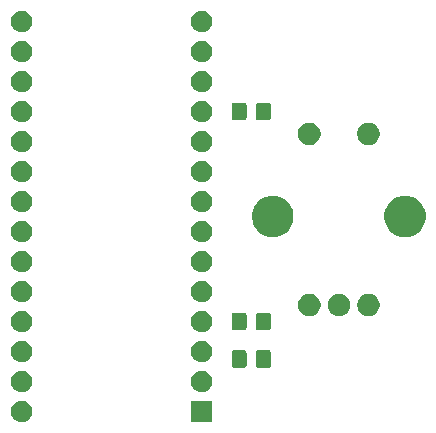
<source format=gbr>
G04 #@! TF.GenerationSoftware,KiCad,Pcbnew,(5.1.5-0-10_14)*
G04 #@! TF.CreationDate,2020-10-22T20:13:41+02:00*
G04 #@! TF.ProjectId,es_rotary,65735f72-6f74-4617-9279-2e6b69636164,rev?*
G04 #@! TF.SameCoordinates,Original*
G04 #@! TF.FileFunction,Soldermask,Top*
G04 #@! TF.FilePolarity,Negative*
%FSLAX46Y46*%
G04 Gerber Fmt 4.6, Leading zero omitted, Abs format (unit mm)*
G04 Created by KiCad (PCBNEW (5.1.5-0-10_14)) date 2020-10-22 20:13:41*
%MOMM*%
%LPD*%
G04 APERTURE LIST*
%ADD10C,0.100000*%
G04 APERTURE END LIST*
D10*
G36*
X150761000Y-105041000D02*
G01*
X148959000Y-105041000D01*
X148959000Y-103239000D01*
X150761000Y-103239000D01*
X150761000Y-105041000D01*
G37*
G36*
X134733512Y-103243927D02*
G01*
X134882812Y-103273624D01*
X135046784Y-103341544D01*
X135194354Y-103440147D01*
X135319853Y-103565646D01*
X135418456Y-103713216D01*
X135486376Y-103877188D01*
X135521000Y-104051259D01*
X135521000Y-104228741D01*
X135486376Y-104402812D01*
X135418456Y-104566784D01*
X135319853Y-104714354D01*
X135194354Y-104839853D01*
X135046784Y-104938456D01*
X134882812Y-105006376D01*
X134733512Y-105036073D01*
X134708742Y-105041000D01*
X134531258Y-105041000D01*
X134506488Y-105036073D01*
X134357188Y-105006376D01*
X134193216Y-104938456D01*
X134045646Y-104839853D01*
X133920147Y-104714354D01*
X133821544Y-104566784D01*
X133753624Y-104402812D01*
X133719000Y-104228741D01*
X133719000Y-104051259D01*
X133753624Y-103877188D01*
X133821544Y-103713216D01*
X133920147Y-103565646D01*
X134045646Y-103440147D01*
X134193216Y-103341544D01*
X134357188Y-103273624D01*
X134506488Y-103243927D01*
X134531258Y-103239000D01*
X134708742Y-103239000D01*
X134733512Y-103243927D01*
G37*
G36*
X149973512Y-100703927D02*
G01*
X150122812Y-100733624D01*
X150286784Y-100801544D01*
X150434354Y-100900147D01*
X150559853Y-101025646D01*
X150658456Y-101173216D01*
X150726376Y-101337188D01*
X150761000Y-101511259D01*
X150761000Y-101688741D01*
X150726376Y-101862812D01*
X150658456Y-102026784D01*
X150559853Y-102174354D01*
X150434354Y-102299853D01*
X150286784Y-102398456D01*
X150122812Y-102466376D01*
X149973512Y-102496073D01*
X149948742Y-102501000D01*
X149771258Y-102501000D01*
X149746488Y-102496073D01*
X149597188Y-102466376D01*
X149433216Y-102398456D01*
X149285646Y-102299853D01*
X149160147Y-102174354D01*
X149061544Y-102026784D01*
X148993624Y-101862812D01*
X148959000Y-101688741D01*
X148959000Y-101511259D01*
X148993624Y-101337188D01*
X149061544Y-101173216D01*
X149160147Y-101025646D01*
X149285646Y-100900147D01*
X149433216Y-100801544D01*
X149597188Y-100733624D01*
X149746488Y-100703927D01*
X149771258Y-100699000D01*
X149948742Y-100699000D01*
X149973512Y-100703927D01*
G37*
G36*
X134733512Y-100703927D02*
G01*
X134882812Y-100733624D01*
X135046784Y-100801544D01*
X135194354Y-100900147D01*
X135319853Y-101025646D01*
X135418456Y-101173216D01*
X135486376Y-101337188D01*
X135521000Y-101511259D01*
X135521000Y-101688741D01*
X135486376Y-101862812D01*
X135418456Y-102026784D01*
X135319853Y-102174354D01*
X135194354Y-102299853D01*
X135046784Y-102398456D01*
X134882812Y-102466376D01*
X134733512Y-102496073D01*
X134708742Y-102501000D01*
X134531258Y-102501000D01*
X134506488Y-102496073D01*
X134357188Y-102466376D01*
X134193216Y-102398456D01*
X134045646Y-102299853D01*
X133920147Y-102174354D01*
X133821544Y-102026784D01*
X133753624Y-101862812D01*
X133719000Y-101688741D01*
X133719000Y-101511259D01*
X133753624Y-101337188D01*
X133821544Y-101173216D01*
X133920147Y-101025646D01*
X134045646Y-100900147D01*
X134193216Y-100801544D01*
X134357188Y-100733624D01*
X134506488Y-100703927D01*
X134531258Y-100699000D01*
X134708742Y-100699000D01*
X134733512Y-100703927D01*
G37*
G36*
X153498674Y-98948465D02*
G01*
X153536367Y-98959899D01*
X153571103Y-98978466D01*
X153601548Y-99003452D01*
X153626534Y-99033897D01*
X153645101Y-99068633D01*
X153656535Y-99106326D01*
X153661000Y-99151661D01*
X153661000Y-100238339D01*
X153656535Y-100283674D01*
X153645101Y-100321367D01*
X153626534Y-100356103D01*
X153601548Y-100386548D01*
X153571103Y-100411534D01*
X153536367Y-100430101D01*
X153498674Y-100441535D01*
X153453339Y-100446000D01*
X152616661Y-100446000D01*
X152571326Y-100441535D01*
X152533633Y-100430101D01*
X152498897Y-100411534D01*
X152468452Y-100386548D01*
X152443466Y-100356103D01*
X152424899Y-100321367D01*
X152413465Y-100283674D01*
X152409000Y-100238339D01*
X152409000Y-99151661D01*
X152413465Y-99106326D01*
X152424899Y-99068633D01*
X152443466Y-99033897D01*
X152468452Y-99003452D01*
X152498897Y-98978466D01*
X152533633Y-98959899D01*
X152571326Y-98948465D01*
X152616661Y-98944000D01*
X153453339Y-98944000D01*
X153498674Y-98948465D01*
G37*
G36*
X155548674Y-98948465D02*
G01*
X155586367Y-98959899D01*
X155621103Y-98978466D01*
X155651548Y-99003452D01*
X155676534Y-99033897D01*
X155695101Y-99068633D01*
X155706535Y-99106326D01*
X155711000Y-99151661D01*
X155711000Y-100238339D01*
X155706535Y-100283674D01*
X155695101Y-100321367D01*
X155676534Y-100356103D01*
X155651548Y-100386548D01*
X155621103Y-100411534D01*
X155586367Y-100430101D01*
X155548674Y-100441535D01*
X155503339Y-100446000D01*
X154666661Y-100446000D01*
X154621326Y-100441535D01*
X154583633Y-100430101D01*
X154548897Y-100411534D01*
X154518452Y-100386548D01*
X154493466Y-100356103D01*
X154474899Y-100321367D01*
X154463465Y-100283674D01*
X154459000Y-100238339D01*
X154459000Y-99151661D01*
X154463465Y-99106326D01*
X154474899Y-99068633D01*
X154493466Y-99033897D01*
X154518452Y-99003452D01*
X154548897Y-98978466D01*
X154583633Y-98959899D01*
X154621326Y-98948465D01*
X154666661Y-98944000D01*
X155503339Y-98944000D01*
X155548674Y-98948465D01*
G37*
G36*
X149973512Y-98163927D02*
G01*
X150122812Y-98193624D01*
X150286784Y-98261544D01*
X150434354Y-98360147D01*
X150559853Y-98485646D01*
X150658456Y-98633216D01*
X150726376Y-98797188D01*
X150755578Y-98944000D01*
X150758741Y-98959899D01*
X150761000Y-98971259D01*
X150761000Y-99148741D01*
X150726376Y-99322812D01*
X150658456Y-99486784D01*
X150559853Y-99634354D01*
X150434354Y-99759853D01*
X150286784Y-99858456D01*
X150122812Y-99926376D01*
X149973512Y-99956073D01*
X149948742Y-99961000D01*
X149771258Y-99961000D01*
X149746488Y-99956073D01*
X149597188Y-99926376D01*
X149433216Y-99858456D01*
X149285646Y-99759853D01*
X149160147Y-99634354D01*
X149061544Y-99486784D01*
X148993624Y-99322812D01*
X148959000Y-99148741D01*
X148959000Y-98971259D01*
X148961260Y-98959899D01*
X148964422Y-98944000D01*
X148993624Y-98797188D01*
X149061544Y-98633216D01*
X149160147Y-98485646D01*
X149285646Y-98360147D01*
X149433216Y-98261544D01*
X149597188Y-98193624D01*
X149746488Y-98163927D01*
X149771258Y-98159000D01*
X149948742Y-98159000D01*
X149973512Y-98163927D01*
G37*
G36*
X134733512Y-98163927D02*
G01*
X134882812Y-98193624D01*
X135046784Y-98261544D01*
X135194354Y-98360147D01*
X135319853Y-98485646D01*
X135418456Y-98633216D01*
X135486376Y-98797188D01*
X135515578Y-98944000D01*
X135518741Y-98959899D01*
X135521000Y-98971259D01*
X135521000Y-99148741D01*
X135486376Y-99322812D01*
X135418456Y-99486784D01*
X135319853Y-99634354D01*
X135194354Y-99759853D01*
X135046784Y-99858456D01*
X134882812Y-99926376D01*
X134733512Y-99956073D01*
X134708742Y-99961000D01*
X134531258Y-99961000D01*
X134506488Y-99956073D01*
X134357188Y-99926376D01*
X134193216Y-99858456D01*
X134045646Y-99759853D01*
X133920147Y-99634354D01*
X133821544Y-99486784D01*
X133753624Y-99322812D01*
X133719000Y-99148741D01*
X133719000Y-98971259D01*
X133721260Y-98959899D01*
X133724422Y-98944000D01*
X133753624Y-98797188D01*
X133821544Y-98633216D01*
X133920147Y-98485646D01*
X134045646Y-98360147D01*
X134193216Y-98261544D01*
X134357188Y-98193624D01*
X134506488Y-98163927D01*
X134531258Y-98159000D01*
X134708742Y-98159000D01*
X134733512Y-98163927D01*
G37*
G36*
X134733512Y-95623927D02*
G01*
X134882812Y-95653624D01*
X135046784Y-95721544D01*
X135194354Y-95820147D01*
X135319853Y-95945646D01*
X135418456Y-96093216D01*
X135486376Y-96257188D01*
X135521000Y-96431259D01*
X135521000Y-96608741D01*
X135486376Y-96782812D01*
X135418456Y-96946784D01*
X135319853Y-97094354D01*
X135194354Y-97219853D01*
X135046784Y-97318456D01*
X134882812Y-97386376D01*
X134733512Y-97416073D01*
X134708742Y-97421000D01*
X134531258Y-97421000D01*
X134506488Y-97416073D01*
X134357188Y-97386376D01*
X134193216Y-97318456D01*
X134045646Y-97219853D01*
X133920147Y-97094354D01*
X133821544Y-96946784D01*
X133753624Y-96782812D01*
X133719000Y-96608741D01*
X133719000Y-96431259D01*
X133753624Y-96257188D01*
X133821544Y-96093216D01*
X133920147Y-95945646D01*
X134045646Y-95820147D01*
X134193216Y-95721544D01*
X134357188Y-95653624D01*
X134506488Y-95623927D01*
X134531258Y-95619000D01*
X134708742Y-95619000D01*
X134733512Y-95623927D01*
G37*
G36*
X149973512Y-95623927D02*
G01*
X150122812Y-95653624D01*
X150286784Y-95721544D01*
X150434354Y-95820147D01*
X150559853Y-95945646D01*
X150658456Y-96093216D01*
X150726376Y-96257188D01*
X150761000Y-96431259D01*
X150761000Y-96608741D01*
X150726376Y-96782812D01*
X150658456Y-96946784D01*
X150559853Y-97094354D01*
X150434354Y-97219853D01*
X150286784Y-97318456D01*
X150122812Y-97386376D01*
X149973512Y-97416073D01*
X149948742Y-97421000D01*
X149771258Y-97421000D01*
X149746488Y-97416073D01*
X149597188Y-97386376D01*
X149433216Y-97318456D01*
X149285646Y-97219853D01*
X149160147Y-97094354D01*
X149061544Y-96946784D01*
X148993624Y-96782812D01*
X148959000Y-96608741D01*
X148959000Y-96431259D01*
X148993624Y-96257188D01*
X149061544Y-96093216D01*
X149160147Y-95945646D01*
X149285646Y-95820147D01*
X149433216Y-95721544D01*
X149597188Y-95653624D01*
X149746488Y-95623927D01*
X149771258Y-95619000D01*
X149948742Y-95619000D01*
X149973512Y-95623927D01*
G37*
G36*
X155548674Y-95773465D02*
G01*
X155586367Y-95784899D01*
X155621103Y-95803466D01*
X155651548Y-95828452D01*
X155676534Y-95858897D01*
X155695101Y-95893633D01*
X155706535Y-95931326D01*
X155711000Y-95976661D01*
X155711000Y-97063339D01*
X155706535Y-97108674D01*
X155695101Y-97146367D01*
X155676534Y-97181103D01*
X155651548Y-97211548D01*
X155621103Y-97236534D01*
X155586367Y-97255101D01*
X155548674Y-97266535D01*
X155503339Y-97271000D01*
X154666661Y-97271000D01*
X154621326Y-97266535D01*
X154583633Y-97255101D01*
X154548897Y-97236534D01*
X154518452Y-97211548D01*
X154493466Y-97181103D01*
X154474899Y-97146367D01*
X154463465Y-97108674D01*
X154459000Y-97063339D01*
X154459000Y-95976661D01*
X154463465Y-95931326D01*
X154474899Y-95893633D01*
X154493466Y-95858897D01*
X154518452Y-95828452D01*
X154548897Y-95803466D01*
X154583633Y-95784899D01*
X154621326Y-95773465D01*
X154666661Y-95769000D01*
X155503339Y-95769000D01*
X155548674Y-95773465D01*
G37*
G36*
X153498674Y-95773465D02*
G01*
X153536367Y-95784899D01*
X153571103Y-95803466D01*
X153601548Y-95828452D01*
X153626534Y-95858897D01*
X153645101Y-95893633D01*
X153656535Y-95931326D01*
X153661000Y-95976661D01*
X153661000Y-97063339D01*
X153656535Y-97108674D01*
X153645101Y-97146367D01*
X153626534Y-97181103D01*
X153601548Y-97211548D01*
X153571103Y-97236534D01*
X153536367Y-97255101D01*
X153498674Y-97266535D01*
X153453339Y-97271000D01*
X152616661Y-97271000D01*
X152571326Y-97266535D01*
X152533633Y-97255101D01*
X152498897Y-97236534D01*
X152468452Y-97211548D01*
X152443466Y-97181103D01*
X152424899Y-97146367D01*
X152413465Y-97108674D01*
X152409000Y-97063339D01*
X152409000Y-95976661D01*
X152413465Y-95931326D01*
X152424899Y-95893633D01*
X152443466Y-95858897D01*
X152468452Y-95828452D01*
X152498897Y-95803466D01*
X152533633Y-95784899D01*
X152571326Y-95773465D01*
X152616661Y-95769000D01*
X153453339Y-95769000D01*
X153498674Y-95773465D01*
G37*
G36*
X164252394Y-94215546D02*
G01*
X164425465Y-94287234D01*
X164425466Y-94287235D01*
X164581226Y-94391310D01*
X164713689Y-94523773D01*
X164713690Y-94523775D01*
X164817765Y-94679534D01*
X164889453Y-94852605D01*
X164925999Y-95036333D01*
X164925999Y-95223667D01*
X164889453Y-95407395D01*
X164817765Y-95580466D01*
X164817764Y-95580467D01*
X164713689Y-95736227D01*
X164581226Y-95868690D01*
X164549390Y-95889962D01*
X164425465Y-95972766D01*
X164252394Y-96044454D01*
X164068666Y-96081000D01*
X163881332Y-96081000D01*
X163697604Y-96044454D01*
X163524533Y-95972766D01*
X163400608Y-95889962D01*
X163368772Y-95868690D01*
X163236309Y-95736227D01*
X163132234Y-95580467D01*
X163132233Y-95580466D01*
X163060545Y-95407395D01*
X163023999Y-95223667D01*
X163023999Y-95036333D01*
X163060545Y-94852605D01*
X163132233Y-94679534D01*
X163236308Y-94523775D01*
X163236309Y-94523773D01*
X163368772Y-94391310D01*
X163524532Y-94287235D01*
X163524533Y-94287234D01*
X163697604Y-94215546D01*
X163881332Y-94179000D01*
X164068666Y-94179000D01*
X164252394Y-94215546D01*
G37*
G36*
X159252394Y-94215546D02*
G01*
X159425465Y-94287234D01*
X159425466Y-94287235D01*
X159581226Y-94391310D01*
X159713689Y-94523773D01*
X159713690Y-94523775D01*
X159817765Y-94679534D01*
X159889453Y-94852605D01*
X159925999Y-95036333D01*
X159925999Y-95223667D01*
X159889453Y-95407395D01*
X159817765Y-95580466D01*
X159817764Y-95580467D01*
X159713689Y-95736227D01*
X159581226Y-95868690D01*
X159549390Y-95889962D01*
X159425465Y-95972766D01*
X159252394Y-96044454D01*
X159068666Y-96081000D01*
X158881332Y-96081000D01*
X158697604Y-96044454D01*
X158524533Y-95972766D01*
X158400608Y-95889962D01*
X158368772Y-95868690D01*
X158236309Y-95736227D01*
X158132234Y-95580467D01*
X158132233Y-95580466D01*
X158060545Y-95407395D01*
X158023999Y-95223667D01*
X158023999Y-95036333D01*
X158060545Y-94852605D01*
X158132233Y-94679534D01*
X158236308Y-94523775D01*
X158236309Y-94523773D01*
X158368772Y-94391310D01*
X158524532Y-94287235D01*
X158524533Y-94287234D01*
X158697604Y-94215546D01*
X158881332Y-94179000D01*
X159068666Y-94179000D01*
X159252394Y-94215546D01*
G37*
G36*
X161752394Y-94215546D02*
G01*
X161925465Y-94287234D01*
X161925466Y-94287235D01*
X162081226Y-94391310D01*
X162213689Y-94523773D01*
X162213690Y-94523775D01*
X162317765Y-94679534D01*
X162389453Y-94852605D01*
X162425999Y-95036333D01*
X162425999Y-95223667D01*
X162389453Y-95407395D01*
X162317765Y-95580466D01*
X162317764Y-95580467D01*
X162213689Y-95736227D01*
X162081226Y-95868690D01*
X162049390Y-95889962D01*
X161925465Y-95972766D01*
X161752394Y-96044454D01*
X161568666Y-96081000D01*
X161381332Y-96081000D01*
X161197604Y-96044454D01*
X161024533Y-95972766D01*
X160900608Y-95889962D01*
X160868772Y-95868690D01*
X160736309Y-95736227D01*
X160632234Y-95580467D01*
X160632233Y-95580466D01*
X160560545Y-95407395D01*
X160523999Y-95223667D01*
X160523999Y-95036333D01*
X160560545Y-94852605D01*
X160632233Y-94679534D01*
X160736308Y-94523775D01*
X160736309Y-94523773D01*
X160868772Y-94391310D01*
X161024532Y-94287235D01*
X161024533Y-94287234D01*
X161197604Y-94215546D01*
X161381332Y-94179000D01*
X161568666Y-94179000D01*
X161752394Y-94215546D01*
G37*
G36*
X134733512Y-93083927D02*
G01*
X134882812Y-93113624D01*
X135046784Y-93181544D01*
X135194354Y-93280147D01*
X135319853Y-93405646D01*
X135418456Y-93553216D01*
X135486376Y-93717188D01*
X135521000Y-93891259D01*
X135521000Y-94068741D01*
X135486376Y-94242812D01*
X135418456Y-94406784D01*
X135319853Y-94554354D01*
X135194354Y-94679853D01*
X135046784Y-94778456D01*
X134882812Y-94846376D01*
X134733512Y-94876073D01*
X134708742Y-94881000D01*
X134531258Y-94881000D01*
X134506488Y-94876073D01*
X134357188Y-94846376D01*
X134193216Y-94778456D01*
X134045646Y-94679853D01*
X133920147Y-94554354D01*
X133821544Y-94406784D01*
X133753624Y-94242812D01*
X133719000Y-94068741D01*
X133719000Y-93891259D01*
X133753624Y-93717188D01*
X133821544Y-93553216D01*
X133920147Y-93405646D01*
X134045646Y-93280147D01*
X134193216Y-93181544D01*
X134357188Y-93113624D01*
X134506488Y-93083927D01*
X134531258Y-93079000D01*
X134708742Y-93079000D01*
X134733512Y-93083927D01*
G37*
G36*
X149973512Y-93083927D02*
G01*
X150122812Y-93113624D01*
X150286784Y-93181544D01*
X150434354Y-93280147D01*
X150559853Y-93405646D01*
X150658456Y-93553216D01*
X150726376Y-93717188D01*
X150761000Y-93891259D01*
X150761000Y-94068741D01*
X150726376Y-94242812D01*
X150658456Y-94406784D01*
X150559853Y-94554354D01*
X150434354Y-94679853D01*
X150286784Y-94778456D01*
X150122812Y-94846376D01*
X149973512Y-94876073D01*
X149948742Y-94881000D01*
X149771258Y-94881000D01*
X149746488Y-94876073D01*
X149597188Y-94846376D01*
X149433216Y-94778456D01*
X149285646Y-94679853D01*
X149160147Y-94554354D01*
X149061544Y-94406784D01*
X148993624Y-94242812D01*
X148959000Y-94068741D01*
X148959000Y-93891259D01*
X148993624Y-93717188D01*
X149061544Y-93553216D01*
X149160147Y-93405646D01*
X149285646Y-93280147D01*
X149433216Y-93181544D01*
X149597188Y-93113624D01*
X149746488Y-93083927D01*
X149771258Y-93079000D01*
X149948742Y-93079000D01*
X149973512Y-93083927D01*
G37*
G36*
X149973512Y-90543927D02*
G01*
X150122812Y-90573624D01*
X150286784Y-90641544D01*
X150434354Y-90740147D01*
X150559853Y-90865646D01*
X150658456Y-91013216D01*
X150726376Y-91177188D01*
X150761000Y-91351259D01*
X150761000Y-91528741D01*
X150726376Y-91702812D01*
X150658456Y-91866784D01*
X150559853Y-92014354D01*
X150434354Y-92139853D01*
X150286784Y-92238456D01*
X150122812Y-92306376D01*
X149973512Y-92336073D01*
X149948742Y-92341000D01*
X149771258Y-92341000D01*
X149746488Y-92336073D01*
X149597188Y-92306376D01*
X149433216Y-92238456D01*
X149285646Y-92139853D01*
X149160147Y-92014354D01*
X149061544Y-91866784D01*
X148993624Y-91702812D01*
X148959000Y-91528741D01*
X148959000Y-91351259D01*
X148993624Y-91177188D01*
X149061544Y-91013216D01*
X149160147Y-90865646D01*
X149285646Y-90740147D01*
X149433216Y-90641544D01*
X149597188Y-90573624D01*
X149746488Y-90543927D01*
X149771258Y-90539000D01*
X149948742Y-90539000D01*
X149973512Y-90543927D01*
G37*
G36*
X134733512Y-90543927D02*
G01*
X134882812Y-90573624D01*
X135046784Y-90641544D01*
X135194354Y-90740147D01*
X135319853Y-90865646D01*
X135418456Y-91013216D01*
X135486376Y-91177188D01*
X135521000Y-91351259D01*
X135521000Y-91528741D01*
X135486376Y-91702812D01*
X135418456Y-91866784D01*
X135319853Y-92014354D01*
X135194354Y-92139853D01*
X135046784Y-92238456D01*
X134882812Y-92306376D01*
X134733512Y-92336073D01*
X134708742Y-92341000D01*
X134531258Y-92341000D01*
X134506488Y-92336073D01*
X134357188Y-92306376D01*
X134193216Y-92238456D01*
X134045646Y-92139853D01*
X133920147Y-92014354D01*
X133821544Y-91866784D01*
X133753624Y-91702812D01*
X133719000Y-91528741D01*
X133719000Y-91351259D01*
X133753624Y-91177188D01*
X133821544Y-91013216D01*
X133920147Y-90865646D01*
X134045646Y-90740147D01*
X134193216Y-90641544D01*
X134357188Y-90573624D01*
X134506488Y-90543927D01*
X134531258Y-90539000D01*
X134708742Y-90539000D01*
X134733512Y-90543927D01*
G37*
G36*
X149973512Y-88003927D02*
G01*
X150122812Y-88033624D01*
X150286784Y-88101544D01*
X150434354Y-88200147D01*
X150559853Y-88325646D01*
X150658456Y-88473216D01*
X150726376Y-88637188D01*
X150756073Y-88786488D01*
X150761000Y-88811258D01*
X150761000Y-88988742D01*
X150756073Y-89013512D01*
X150726376Y-89162812D01*
X150658456Y-89326784D01*
X150559853Y-89474354D01*
X150434354Y-89599853D01*
X150286784Y-89698456D01*
X150122812Y-89766376D01*
X149973512Y-89796073D01*
X149948742Y-89801000D01*
X149771258Y-89801000D01*
X149746488Y-89796073D01*
X149597188Y-89766376D01*
X149433216Y-89698456D01*
X149285646Y-89599853D01*
X149160147Y-89474354D01*
X149061544Y-89326784D01*
X148993624Y-89162812D01*
X148963927Y-89013512D01*
X148959000Y-88988742D01*
X148959000Y-88811258D01*
X148963927Y-88786488D01*
X148993624Y-88637188D01*
X149061544Y-88473216D01*
X149160147Y-88325646D01*
X149285646Y-88200147D01*
X149433216Y-88101544D01*
X149597188Y-88033624D01*
X149746488Y-88003927D01*
X149771258Y-87999000D01*
X149948742Y-87999000D01*
X149973512Y-88003927D01*
G37*
G36*
X134733512Y-88003927D02*
G01*
X134882812Y-88033624D01*
X135046784Y-88101544D01*
X135194354Y-88200147D01*
X135319853Y-88325646D01*
X135418456Y-88473216D01*
X135486376Y-88637188D01*
X135516073Y-88786488D01*
X135521000Y-88811258D01*
X135521000Y-88988742D01*
X135516073Y-89013512D01*
X135486376Y-89162812D01*
X135418456Y-89326784D01*
X135319853Y-89474354D01*
X135194354Y-89599853D01*
X135046784Y-89698456D01*
X134882812Y-89766376D01*
X134733512Y-89796073D01*
X134708742Y-89801000D01*
X134531258Y-89801000D01*
X134506488Y-89796073D01*
X134357188Y-89766376D01*
X134193216Y-89698456D01*
X134045646Y-89599853D01*
X133920147Y-89474354D01*
X133821544Y-89326784D01*
X133753624Y-89162812D01*
X133723927Y-89013512D01*
X133719000Y-88988742D01*
X133719000Y-88811258D01*
X133723927Y-88786488D01*
X133753624Y-88637188D01*
X133821544Y-88473216D01*
X133920147Y-88325646D01*
X134045646Y-88200147D01*
X134193216Y-88101544D01*
X134357188Y-88033624D01*
X134506488Y-88003927D01*
X134531258Y-87999000D01*
X134708742Y-87999000D01*
X134733512Y-88003927D01*
G37*
G36*
X167472984Y-85923860D02*
G01*
X167585747Y-85946290D01*
X167717740Y-86000963D01*
X167904407Y-86078283D01*
X168191195Y-86269909D01*
X168435090Y-86513804D01*
X168626716Y-86800592D01*
X168682121Y-86934353D01*
X168758709Y-87119252D01*
X168825999Y-87457542D01*
X168825999Y-87802458D01*
X168758709Y-88140748D01*
X168704036Y-88272741D01*
X168626716Y-88459408D01*
X168435090Y-88746196D01*
X168191195Y-88990091D01*
X167904407Y-89181717D01*
X167717740Y-89259037D01*
X167585747Y-89313710D01*
X167472984Y-89336140D01*
X167247459Y-89381000D01*
X166902539Y-89381000D01*
X166677014Y-89336140D01*
X166564251Y-89313710D01*
X166432258Y-89259037D01*
X166245591Y-89181717D01*
X165958803Y-88990091D01*
X165714908Y-88746196D01*
X165523282Y-88459408D01*
X165445962Y-88272741D01*
X165391289Y-88140748D01*
X165323999Y-87802458D01*
X165323999Y-87457542D01*
X165391289Y-87119252D01*
X165467877Y-86934353D01*
X165523282Y-86800592D01*
X165714908Y-86513804D01*
X165958803Y-86269909D01*
X166245591Y-86078283D01*
X166432258Y-86000963D01*
X166564251Y-85946290D01*
X166677014Y-85923860D01*
X166902539Y-85879000D01*
X167247459Y-85879000D01*
X167472984Y-85923860D01*
G37*
G36*
X156272984Y-85923860D02*
G01*
X156385747Y-85946290D01*
X156517740Y-86000963D01*
X156704407Y-86078283D01*
X156991195Y-86269909D01*
X157235090Y-86513804D01*
X157426716Y-86800592D01*
X157482121Y-86934353D01*
X157558709Y-87119252D01*
X157625999Y-87457542D01*
X157625999Y-87802458D01*
X157558709Y-88140748D01*
X157504036Y-88272741D01*
X157426716Y-88459408D01*
X157235090Y-88746196D01*
X156991195Y-88990091D01*
X156704407Y-89181717D01*
X156517740Y-89259037D01*
X156385747Y-89313710D01*
X156272984Y-89336140D01*
X156047459Y-89381000D01*
X155702539Y-89381000D01*
X155477014Y-89336140D01*
X155364251Y-89313710D01*
X155232258Y-89259037D01*
X155045591Y-89181717D01*
X154758803Y-88990091D01*
X154514908Y-88746196D01*
X154323282Y-88459408D01*
X154245962Y-88272741D01*
X154191289Y-88140748D01*
X154123999Y-87802458D01*
X154123999Y-87457542D01*
X154191289Y-87119252D01*
X154267877Y-86934353D01*
X154323282Y-86800592D01*
X154514908Y-86513804D01*
X154758803Y-86269909D01*
X155045591Y-86078283D01*
X155232258Y-86000963D01*
X155364251Y-85946290D01*
X155477014Y-85923860D01*
X155702539Y-85879000D01*
X156047459Y-85879000D01*
X156272984Y-85923860D01*
G37*
G36*
X149973512Y-85463927D02*
G01*
X150122812Y-85493624D01*
X150286784Y-85561544D01*
X150434354Y-85660147D01*
X150559853Y-85785646D01*
X150658456Y-85933216D01*
X150726376Y-86097188D01*
X150756073Y-86246488D01*
X150760732Y-86269909D01*
X150761000Y-86271259D01*
X150761000Y-86448741D01*
X150726376Y-86622812D01*
X150658456Y-86786784D01*
X150559853Y-86934354D01*
X150434354Y-87059853D01*
X150286784Y-87158456D01*
X150122812Y-87226376D01*
X149973512Y-87256073D01*
X149948742Y-87261000D01*
X149771258Y-87261000D01*
X149746488Y-87256073D01*
X149597188Y-87226376D01*
X149433216Y-87158456D01*
X149285646Y-87059853D01*
X149160147Y-86934354D01*
X149061544Y-86786784D01*
X148993624Y-86622812D01*
X148959000Y-86448741D01*
X148959000Y-86271259D01*
X148959269Y-86269909D01*
X148963927Y-86246488D01*
X148993624Y-86097188D01*
X149061544Y-85933216D01*
X149160147Y-85785646D01*
X149285646Y-85660147D01*
X149433216Y-85561544D01*
X149597188Y-85493624D01*
X149746488Y-85463927D01*
X149771258Y-85459000D01*
X149948742Y-85459000D01*
X149973512Y-85463927D01*
G37*
G36*
X134733512Y-85463927D02*
G01*
X134882812Y-85493624D01*
X135046784Y-85561544D01*
X135194354Y-85660147D01*
X135319853Y-85785646D01*
X135418456Y-85933216D01*
X135486376Y-86097188D01*
X135516073Y-86246488D01*
X135520732Y-86269909D01*
X135521000Y-86271259D01*
X135521000Y-86448741D01*
X135486376Y-86622812D01*
X135418456Y-86786784D01*
X135319853Y-86934354D01*
X135194354Y-87059853D01*
X135046784Y-87158456D01*
X134882812Y-87226376D01*
X134733512Y-87256073D01*
X134708742Y-87261000D01*
X134531258Y-87261000D01*
X134506488Y-87256073D01*
X134357188Y-87226376D01*
X134193216Y-87158456D01*
X134045646Y-87059853D01*
X133920147Y-86934354D01*
X133821544Y-86786784D01*
X133753624Y-86622812D01*
X133719000Y-86448741D01*
X133719000Y-86271259D01*
X133719269Y-86269909D01*
X133723927Y-86246488D01*
X133753624Y-86097188D01*
X133821544Y-85933216D01*
X133920147Y-85785646D01*
X134045646Y-85660147D01*
X134193216Y-85561544D01*
X134357188Y-85493624D01*
X134506488Y-85463927D01*
X134531258Y-85459000D01*
X134708742Y-85459000D01*
X134733512Y-85463927D01*
G37*
G36*
X149973512Y-82923927D02*
G01*
X150122812Y-82953624D01*
X150286784Y-83021544D01*
X150434354Y-83120147D01*
X150559853Y-83245646D01*
X150658456Y-83393216D01*
X150726376Y-83557188D01*
X150761000Y-83731259D01*
X150761000Y-83908741D01*
X150726376Y-84082812D01*
X150658456Y-84246784D01*
X150559853Y-84394354D01*
X150434354Y-84519853D01*
X150286784Y-84618456D01*
X150122812Y-84686376D01*
X149973512Y-84716073D01*
X149948742Y-84721000D01*
X149771258Y-84721000D01*
X149746488Y-84716073D01*
X149597188Y-84686376D01*
X149433216Y-84618456D01*
X149285646Y-84519853D01*
X149160147Y-84394354D01*
X149061544Y-84246784D01*
X148993624Y-84082812D01*
X148959000Y-83908741D01*
X148959000Y-83731259D01*
X148993624Y-83557188D01*
X149061544Y-83393216D01*
X149160147Y-83245646D01*
X149285646Y-83120147D01*
X149433216Y-83021544D01*
X149597188Y-82953624D01*
X149746488Y-82923927D01*
X149771258Y-82919000D01*
X149948742Y-82919000D01*
X149973512Y-82923927D01*
G37*
G36*
X134733512Y-82923927D02*
G01*
X134882812Y-82953624D01*
X135046784Y-83021544D01*
X135194354Y-83120147D01*
X135319853Y-83245646D01*
X135418456Y-83393216D01*
X135486376Y-83557188D01*
X135521000Y-83731259D01*
X135521000Y-83908741D01*
X135486376Y-84082812D01*
X135418456Y-84246784D01*
X135319853Y-84394354D01*
X135194354Y-84519853D01*
X135046784Y-84618456D01*
X134882812Y-84686376D01*
X134733512Y-84716073D01*
X134708742Y-84721000D01*
X134531258Y-84721000D01*
X134506488Y-84716073D01*
X134357188Y-84686376D01*
X134193216Y-84618456D01*
X134045646Y-84519853D01*
X133920147Y-84394354D01*
X133821544Y-84246784D01*
X133753624Y-84082812D01*
X133719000Y-83908741D01*
X133719000Y-83731259D01*
X133753624Y-83557188D01*
X133821544Y-83393216D01*
X133920147Y-83245646D01*
X134045646Y-83120147D01*
X134193216Y-83021544D01*
X134357188Y-82953624D01*
X134506488Y-82923927D01*
X134531258Y-82919000D01*
X134708742Y-82919000D01*
X134733512Y-82923927D01*
G37*
G36*
X149973512Y-80383927D02*
G01*
X150122812Y-80413624D01*
X150286784Y-80481544D01*
X150434354Y-80580147D01*
X150559853Y-80705646D01*
X150658456Y-80853216D01*
X150726376Y-81017188D01*
X150761000Y-81191259D01*
X150761000Y-81368741D01*
X150726376Y-81542812D01*
X150658456Y-81706784D01*
X150559853Y-81854354D01*
X150434354Y-81979853D01*
X150286784Y-82078456D01*
X150122812Y-82146376D01*
X149973512Y-82176073D01*
X149948742Y-82181000D01*
X149771258Y-82181000D01*
X149746488Y-82176073D01*
X149597188Y-82146376D01*
X149433216Y-82078456D01*
X149285646Y-81979853D01*
X149160147Y-81854354D01*
X149061544Y-81706784D01*
X148993624Y-81542812D01*
X148959000Y-81368741D01*
X148959000Y-81191259D01*
X148993624Y-81017188D01*
X149061544Y-80853216D01*
X149160147Y-80705646D01*
X149285646Y-80580147D01*
X149433216Y-80481544D01*
X149597188Y-80413624D01*
X149746488Y-80383927D01*
X149771258Y-80379000D01*
X149948742Y-80379000D01*
X149973512Y-80383927D01*
G37*
G36*
X134733512Y-80383927D02*
G01*
X134882812Y-80413624D01*
X135046784Y-80481544D01*
X135194354Y-80580147D01*
X135319853Y-80705646D01*
X135418456Y-80853216D01*
X135486376Y-81017188D01*
X135521000Y-81191259D01*
X135521000Y-81368741D01*
X135486376Y-81542812D01*
X135418456Y-81706784D01*
X135319853Y-81854354D01*
X135194354Y-81979853D01*
X135046784Y-82078456D01*
X134882812Y-82146376D01*
X134733512Y-82176073D01*
X134708742Y-82181000D01*
X134531258Y-82181000D01*
X134506488Y-82176073D01*
X134357188Y-82146376D01*
X134193216Y-82078456D01*
X134045646Y-81979853D01*
X133920147Y-81854354D01*
X133821544Y-81706784D01*
X133753624Y-81542812D01*
X133719000Y-81368741D01*
X133719000Y-81191259D01*
X133753624Y-81017188D01*
X133821544Y-80853216D01*
X133920147Y-80705646D01*
X134045646Y-80580147D01*
X134193216Y-80481544D01*
X134357188Y-80413624D01*
X134506488Y-80383927D01*
X134531258Y-80379000D01*
X134708742Y-80379000D01*
X134733512Y-80383927D01*
G37*
G36*
X164252394Y-79715546D02*
G01*
X164425465Y-79787234D01*
X164425466Y-79787235D01*
X164581226Y-79891310D01*
X164713689Y-80023773D01*
X164713690Y-80023775D01*
X164817765Y-80179534D01*
X164889453Y-80352605D01*
X164925999Y-80536333D01*
X164925999Y-80723667D01*
X164889453Y-80907395D01*
X164817765Y-81080466D01*
X164817764Y-81080467D01*
X164713689Y-81236227D01*
X164581226Y-81368690D01*
X164581148Y-81368742D01*
X164425465Y-81472766D01*
X164252394Y-81544454D01*
X164068666Y-81581000D01*
X163881332Y-81581000D01*
X163697604Y-81544454D01*
X163524533Y-81472766D01*
X163368850Y-81368742D01*
X163368772Y-81368690D01*
X163236309Y-81236227D01*
X163132234Y-81080467D01*
X163132233Y-81080466D01*
X163060545Y-80907395D01*
X163023999Y-80723667D01*
X163023999Y-80536333D01*
X163060545Y-80352605D01*
X163132233Y-80179534D01*
X163236308Y-80023775D01*
X163236309Y-80023773D01*
X163368772Y-79891310D01*
X163524532Y-79787235D01*
X163524533Y-79787234D01*
X163697604Y-79715546D01*
X163881332Y-79679000D01*
X164068666Y-79679000D01*
X164252394Y-79715546D01*
G37*
G36*
X159252394Y-79715546D02*
G01*
X159425465Y-79787234D01*
X159425466Y-79787235D01*
X159581226Y-79891310D01*
X159713689Y-80023773D01*
X159713690Y-80023775D01*
X159817765Y-80179534D01*
X159889453Y-80352605D01*
X159925999Y-80536333D01*
X159925999Y-80723667D01*
X159889453Y-80907395D01*
X159817765Y-81080466D01*
X159817764Y-81080467D01*
X159713689Y-81236227D01*
X159581226Y-81368690D01*
X159581148Y-81368742D01*
X159425465Y-81472766D01*
X159252394Y-81544454D01*
X159068666Y-81581000D01*
X158881332Y-81581000D01*
X158697604Y-81544454D01*
X158524533Y-81472766D01*
X158368850Y-81368742D01*
X158368772Y-81368690D01*
X158236309Y-81236227D01*
X158132234Y-81080467D01*
X158132233Y-81080466D01*
X158060545Y-80907395D01*
X158023999Y-80723667D01*
X158023999Y-80536333D01*
X158060545Y-80352605D01*
X158132233Y-80179534D01*
X158236308Y-80023775D01*
X158236309Y-80023773D01*
X158368772Y-79891310D01*
X158524532Y-79787235D01*
X158524533Y-79787234D01*
X158697604Y-79715546D01*
X158881332Y-79679000D01*
X159068666Y-79679000D01*
X159252394Y-79715546D01*
G37*
G36*
X134733512Y-77843927D02*
G01*
X134882812Y-77873624D01*
X135046784Y-77941544D01*
X135194354Y-78040147D01*
X135319853Y-78165646D01*
X135418456Y-78313216D01*
X135486376Y-78477188D01*
X135521000Y-78651259D01*
X135521000Y-78828741D01*
X135486376Y-79002812D01*
X135418456Y-79166784D01*
X135319853Y-79314354D01*
X135194354Y-79439853D01*
X135046784Y-79538456D01*
X134882812Y-79606376D01*
X134733512Y-79636073D01*
X134708742Y-79641000D01*
X134531258Y-79641000D01*
X134506488Y-79636073D01*
X134357188Y-79606376D01*
X134193216Y-79538456D01*
X134045646Y-79439853D01*
X133920147Y-79314354D01*
X133821544Y-79166784D01*
X133753624Y-79002812D01*
X133719000Y-78828741D01*
X133719000Y-78651259D01*
X133753624Y-78477188D01*
X133821544Y-78313216D01*
X133920147Y-78165646D01*
X134045646Y-78040147D01*
X134193216Y-77941544D01*
X134357188Y-77873624D01*
X134506488Y-77843927D01*
X134531258Y-77839000D01*
X134708742Y-77839000D01*
X134733512Y-77843927D01*
G37*
G36*
X149973512Y-77843927D02*
G01*
X150122812Y-77873624D01*
X150286784Y-77941544D01*
X150434354Y-78040147D01*
X150559853Y-78165646D01*
X150658456Y-78313216D01*
X150726376Y-78477188D01*
X150761000Y-78651259D01*
X150761000Y-78828741D01*
X150726376Y-79002812D01*
X150658456Y-79166784D01*
X150559853Y-79314354D01*
X150434354Y-79439853D01*
X150286784Y-79538456D01*
X150122812Y-79606376D01*
X149973512Y-79636073D01*
X149948742Y-79641000D01*
X149771258Y-79641000D01*
X149746488Y-79636073D01*
X149597188Y-79606376D01*
X149433216Y-79538456D01*
X149285646Y-79439853D01*
X149160147Y-79314354D01*
X149061544Y-79166784D01*
X148993624Y-79002812D01*
X148959000Y-78828741D01*
X148959000Y-78651259D01*
X148993624Y-78477188D01*
X149061544Y-78313216D01*
X149160147Y-78165646D01*
X149285646Y-78040147D01*
X149433216Y-77941544D01*
X149597188Y-77873624D01*
X149746488Y-77843927D01*
X149771258Y-77839000D01*
X149948742Y-77839000D01*
X149973512Y-77843927D01*
G37*
G36*
X155548674Y-77993465D02*
G01*
X155586367Y-78004899D01*
X155621103Y-78023466D01*
X155651548Y-78048452D01*
X155676534Y-78078897D01*
X155695101Y-78113633D01*
X155706535Y-78151326D01*
X155711000Y-78196661D01*
X155711000Y-79283339D01*
X155706535Y-79328674D01*
X155695101Y-79366367D01*
X155676534Y-79401103D01*
X155651548Y-79431548D01*
X155621103Y-79456534D01*
X155586367Y-79475101D01*
X155548674Y-79486535D01*
X155503339Y-79491000D01*
X154666661Y-79491000D01*
X154621326Y-79486535D01*
X154583633Y-79475101D01*
X154548897Y-79456534D01*
X154518452Y-79431548D01*
X154493466Y-79401103D01*
X154474899Y-79366367D01*
X154463465Y-79328674D01*
X154459000Y-79283339D01*
X154459000Y-78196661D01*
X154463465Y-78151326D01*
X154474899Y-78113633D01*
X154493466Y-78078897D01*
X154518452Y-78048452D01*
X154548897Y-78023466D01*
X154583633Y-78004899D01*
X154621326Y-77993465D01*
X154666661Y-77989000D01*
X155503339Y-77989000D01*
X155548674Y-77993465D01*
G37*
G36*
X153498674Y-77993465D02*
G01*
X153536367Y-78004899D01*
X153571103Y-78023466D01*
X153601548Y-78048452D01*
X153626534Y-78078897D01*
X153645101Y-78113633D01*
X153656535Y-78151326D01*
X153661000Y-78196661D01*
X153661000Y-79283339D01*
X153656535Y-79328674D01*
X153645101Y-79366367D01*
X153626534Y-79401103D01*
X153601548Y-79431548D01*
X153571103Y-79456534D01*
X153536367Y-79475101D01*
X153498674Y-79486535D01*
X153453339Y-79491000D01*
X152616661Y-79491000D01*
X152571326Y-79486535D01*
X152533633Y-79475101D01*
X152498897Y-79456534D01*
X152468452Y-79431548D01*
X152443466Y-79401103D01*
X152424899Y-79366367D01*
X152413465Y-79328674D01*
X152409000Y-79283339D01*
X152409000Y-78196661D01*
X152413465Y-78151326D01*
X152424899Y-78113633D01*
X152443466Y-78078897D01*
X152468452Y-78048452D01*
X152498897Y-78023466D01*
X152533633Y-78004899D01*
X152571326Y-77993465D01*
X152616661Y-77989000D01*
X153453339Y-77989000D01*
X153498674Y-77993465D01*
G37*
G36*
X134733512Y-75303927D02*
G01*
X134882812Y-75333624D01*
X135046784Y-75401544D01*
X135194354Y-75500147D01*
X135319853Y-75625646D01*
X135418456Y-75773216D01*
X135486376Y-75937188D01*
X135521000Y-76111259D01*
X135521000Y-76288741D01*
X135486376Y-76462812D01*
X135418456Y-76626784D01*
X135319853Y-76774354D01*
X135194354Y-76899853D01*
X135046784Y-76998456D01*
X134882812Y-77066376D01*
X134733512Y-77096073D01*
X134708742Y-77101000D01*
X134531258Y-77101000D01*
X134506488Y-77096073D01*
X134357188Y-77066376D01*
X134193216Y-76998456D01*
X134045646Y-76899853D01*
X133920147Y-76774354D01*
X133821544Y-76626784D01*
X133753624Y-76462812D01*
X133719000Y-76288741D01*
X133719000Y-76111259D01*
X133753624Y-75937188D01*
X133821544Y-75773216D01*
X133920147Y-75625646D01*
X134045646Y-75500147D01*
X134193216Y-75401544D01*
X134357188Y-75333624D01*
X134506488Y-75303927D01*
X134531258Y-75299000D01*
X134708742Y-75299000D01*
X134733512Y-75303927D01*
G37*
G36*
X149973512Y-75303927D02*
G01*
X150122812Y-75333624D01*
X150286784Y-75401544D01*
X150434354Y-75500147D01*
X150559853Y-75625646D01*
X150658456Y-75773216D01*
X150726376Y-75937188D01*
X150761000Y-76111259D01*
X150761000Y-76288741D01*
X150726376Y-76462812D01*
X150658456Y-76626784D01*
X150559853Y-76774354D01*
X150434354Y-76899853D01*
X150286784Y-76998456D01*
X150122812Y-77066376D01*
X149973512Y-77096073D01*
X149948742Y-77101000D01*
X149771258Y-77101000D01*
X149746488Y-77096073D01*
X149597188Y-77066376D01*
X149433216Y-76998456D01*
X149285646Y-76899853D01*
X149160147Y-76774354D01*
X149061544Y-76626784D01*
X148993624Y-76462812D01*
X148959000Y-76288741D01*
X148959000Y-76111259D01*
X148993624Y-75937188D01*
X149061544Y-75773216D01*
X149160147Y-75625646D01*
X149285646Y-75500147D01*
X149433216Y-75401544D01*
X149597188Y-75333624D01*
X149746488Y-75303927D01*
X149771258Y-75299000D01*
X149948742Y-75299000D01*
X149973512Y-75303927D01*
G37*
G36*
X134733512Y-72763927D02*
G01*
X134882812Y-72793624D01*
X135046784Y-72861544D01*
X135194354Y-72960147D01*
X135319853Y-73085646D01*
X135418456Y-73233216D01*
X135486376Y-73397188D01*
X135521000Y-73571259D01*
X135521000Y-73748741D01*
X135486376Y-73922812D01*
X135418456Y-74086784D01*
X135319853Y-74234354D01*
X135194354Y-74359853D01*
X135046784Y-74458456D01*
X134882812Y-74526376D01*
X134733512Y-74556073D01*
X134708742Y-74561000D01*
X134531258Y-74561000D01*
X134506488Y-74556073D01*
X134357188Y-74526376D01*
X134193216Y-74458456D01*
X134045646Y-74359853D01*
X133920147Y-74234354D01*
X133821544Y-74086784D01*
X133753624Y-73922812D01*
X133719000Y-73748741D01*
X133719000Y-73571259D01*
X133753624Y-73397188D01*
X133821544Y-73233216D01*
X133920147Y-73085646D01*
X134045646Y-72960147D01*
X134193216Y-72861544D01*
X134357188Y-72793624D01*
X134506488Y-72763927D01*
X134531258Y-72759000D01*
X134708742Y-72759000D01*
X134733512Y-72763927D01*
G37*
G36*
X149973512Y-72763927D02*
G01*
X150122812Y-72793624D01*
X150286784Y-72861544D01*
X150434354Y-72960147D01*
X150559853Y-73085646D01*
X150658456Y-73233216D01*
X150726376Y-73397188D01*
X150761000Y-73571259D01*
X150761000Y-73748741D01*
X150726376Y-73922812D01*
X150658456Y-74086784D01*
X150559853Y-74234354D01*
X150434354Y-74359853D01*
X150286784Y-74458456D01*
X150122812Y-74526376D01*
X149973512Y-74556073D01*
X149948742Y-74561000D01*
X149771258Y-74561000D01*
X149746488Y-74556073D01*
X149597188Y-74526376D01*
X149433216Y-74458456D01*
X149285646Y-74359853D01*
X149160147Y-74234354D01*
X149061544Y-74086784D01*
X148993624Y-73922812D01*
X148959000Y-73748741D01*
X148959000Y-73571259D01*
X148993624Y-73397188D01*
X149061544Y-73233216D01*
X149160147Y-73085646D01*
X149285646Y-72960147D01*
X149433216Y-72861544D01*
X149597188Y-72793624D01*
X149746488Y-72763927D01*
X149771258Y-72759000D01*
X149948742Y-72759000D01*
X149973512Y-72763927D01*
G37*
G36*
X134733512Y-70223927D02*
G01*
X134882812Y-70253624D01*
X135046784Y-70321544D01*
X135194354Y-70420147D01*
X135319853Y-70545646D01*
X135418456Y-70693216D01*
X135486376Y-70857188D01*
X135521000Y-71031259D01*
X135521000Y-71208741D01*
X135486376Y-71382812D01*
X135418456Y-71546784D01*
X135319853Y-71694354D01*
X135194354Y-71819853D01*
X135046784Y-71918456D01*
X134882812Y-71986376D01*
X134733512Y-72016073D01*
X134708742Y-72021000D01*
X134531258Y-72021000D01*
X134506488Y-72016073D01*
X134357188Y-71986376D01*
X134193216Y-71918456D01*
X134045646Y-71819853D01*
X133920147Y-71694354D01*
X133821544Y-71546784D01*
X133753624Y-71382812D01*
X133719000Y-71208741D01*
X133719000Y-71031259D01*
X133753624Y-70857188D01*
X133821544Y-70693216D01*
X133920147Y-70545646D01*
X134045646Y-70420147D01*
X134193216Y-70321544D01*
X134357188Y-70253624D01*
X134506488Y-70223927D01*
X134531258Y-70219000D01*
X134708742Y-70219000D01*
X134733512Y-70223927D01*
G37*
G36*
X149973512Y-70223927D02*
G01*
X150122812Y-70253624D01*
X150286784Y-70321544D01*
X150434354Y-70420147D01*
X150559853Y-70545646D01*
X150658456Y-70693216D01*
X150726376Y-70857188D01*
X150761000Y-71031259D01*
X150761000Y-71208741D01*
X150726376Y-71382812D01*
X150658456Y-71546784D01*
X150559853Y-71694354D01*
X150434354Y-71819853D01*
X150286784Y-71918456D01*
X150122812Y-71986376D01*
X149973512Y-72016073D01*
X149948742Y-72021000D01*
X149771258Y-72021000D01*
X149746488Y-72016073D01*
X149597188Y-71986376D01*
X149433216Y-71918456D01*
X149285646Y-71819853D01*
X149160147Y-71694354D01*
X149061544Y-71546784D01*
X148993624Y-71382812D01*
X148959000Y-71208741D01*
X148959000Y-71031259D01*
X148993624Y-70857188D01*
X149061544Y-70693216D01*
X149160147Y-70545646D01*
X149285646Y-70420147D01*
X149433216Y-70321544D01*
X149597188Y-70253624D01*
X149746488Y-70223927D01*
X149771258Y-70219000D01*
X149948742Y-70219000D01*
X149973512Y-70223927D01*
G37*
M02*

</source>
